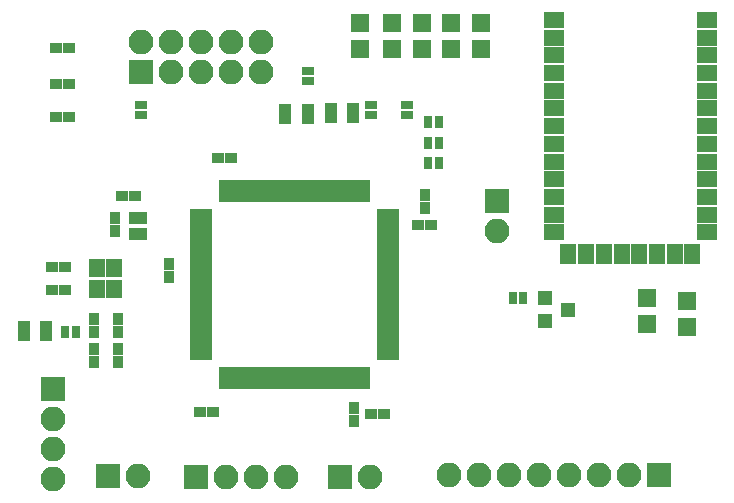
<source format=gts>
G04 #@! TF.GenerationSoftware,KiCad,Pcbnew,(5.0.0)*
G04 #@! TF.CreationDate,2018-10-31T15:25:37+01:00*
G04 #@! TF.ProjectId,Digital,4469676974616C2E6B696361645F7063,rev?*
G04 #@! TF.SameCoordinates,Original*
G04 #@! TF.FileFunction,Soldermask,Top*
G04 #@! TF.FilePolarity,Negative*
%FSLAX46Y46*%
G04 Gerber Fmt 4.6, Leading zero omitted, Abs format (unit mm)*
G04 Created by KiCad (PCBNEW (5.0.0)) date 10/31/18 15:25:37*
%MOMM*%
%LPD*%
G01*
G04 APERTURE LIST*
%ADD10R,1.500000X1.000000*%
%ADD11R,1.600000X1.600000*%
%ADD12R,0.800000X1.000000*%
%ADD13R,1.000000X0.800000*%
%ADD14R,1.100000X1.700000*%
%ADD15O,2.100000X2.100000*%
%ADD16R,2.100000X2.100000*%
%ADD17R,1.900000X0.800000*%
%ADD18R,1.900000X0.680000*%
%ADD19R,0.800000X1.900000*%
%ADD20R,0.680000X1.900000*%
%ADD21R,0.900000X1.000000*%
%ADD22R,1.000000X0.900000*%
%ADD23R,1.400000X1.550000*%
%ADD24R,1.300000X1.200000*%
%ADD25R,1.400000X1.700000*%
%ADD26R,1.700000X1.400000*%
G04 APERTURE END LIST*
D10*
G04 #@! TO.C,Y2*
X140750000Y-87350000D03*
X140750000Y-88750000D03*
G04 #@! TD*
D11*
G04 #@! TO.C,O*
X162250000Y-70900000D03*
X162250000Y-73100000D03*
G04 #@! TD*
G04 #@! TO.C,G*
X169750000Y-73100000D03*
X169750000Y-70900000D03*
G04 #@! TD*
G04 #@! TO.C,R*
X167250000Y-70900000D03*
X167250000Y-73100000D03*
G04 #@! TD*
G04 #@! TO.C,Y*
X159500000Y-73100000D03*
X159500000Y-70900000D03*
G04 #@! TD*
G04 #@! TO.C,B*
X164750000Y-70900000D03*
X164750000Y-73100000D03*
G04 #@! TD*
D12*
G04 #@! TO.C,R7*
X166200000Y-82750000D03*
X165300000Y-82750000D03*
G04 #@! TD*
G04 #@! TO.C,R8*
X165300000Y-81000000D03*
X166200000Y-81000000D03*
G04 #@! TD*
G04 #@! TO.C,R9*
X166200000Y-79250000D03*
X165300000Y-79250000D03*
G04 #@! TD*
D13*
G04 #@! TO.C,R10*
X163500000Y-78700000D03*
X163500000Y-77800000D03*
G04 #@! TD*
G04 #@! TO.C,R11*
X160500000Y-77800000D03*
X160500000Y-78700000D03*
G04 #@! TD*
D14*
G04 #@! TO.C,R2*
X155120000Y-78550000D03*
X153220000Y-78550000D03*
G04 #@! TD*
G04 #@! TO.C,R3*
X158940000Y-78520000D03*
X157040000Y-78520000D03*
G04 #@! TD*
D15*
G04 #@! TO.C,DAC1*
X140740000Y-109260000D03*
D16*
X138200000Y-109260000D03*
G04 #@! TD*
G04 #@! TO.C,DigitalPWR1*
X171150000Y-85950000D03*
D15*
X171150000Y-88490000D03*
G04 #@! TD*
G04 #@! TO.C,I2C1*
X160390000Y-109280000D03*
D16*
X157850000Y-109280000D03*
G04 #@! TD*
G04 #@! TO.C,ADC1*
X133570000Y-101830000D03*
D15*
X133570000Y-104370000D03*
X133570000Y-106910000D03*
X133570000Y-109450000D03*
G04 #@! TD*
G04 #@! TO.C,ADC2*
X153270000Y-109280000D03*
X150730000Y-109280000D03*
X148190000Y-109280000D03*
D16*
X145650000Y-109280000D03*
G04 #@! TD*
D15*
G04 #@! TO.C,GPIO1*
X167080000Y-109170000D03*
X169620000Y-109170000D03*
X172160000Y-109170000D03*
X174700000Y-109170000D03*
X177240000Y-109170000D03*
X179780000Y-109170000D03*
X182320000Y-109170000D03*
D16*
X184860000Y-109170000D03*
G04 #@! TD*
D15*
G04 #@! TO.C,J1*
X151160000Y-72460000D03*
X151160000Y-75000000D03*
X148620000Y-72460000D03*
X148620000Y-75000000D03*
X146080000Y-72460000D03*
X146080000Y-75000000D03*
X143540000Y-72460000D03*
X143540000Y-75000000D03*
X141000000Y-72460000D03*
D16*
X141000000Y-75000000D03*
G04 #@! TD*
D17*
G04 #@! TO.C,U1*
X161900000Y-86940000D03*
D18*
X161900000Y-87500000D03*
X161900000Y-88000000D03*
X161900000Y-88500000D03*
X161900000Y-89000000D03*
X161900000Y-89500000D03*
X161900000Y-90000000D03*
X161900000Y-90500000D03*
X161900000Y-91000000D03*
X161900000Y-91500000D03*
X161900000Y-92000000D03*
X161900000Y-92500000D03*
X161900000Y-93000000D03*
X161900000Y-93500000D03*
X161900000Y-94000000D03*
X161900000Y-94500000D03*
X161900000Y-95000000D03*
X161900000Y-95500000D03*
X161900000Y-96000000D03*
X161900000Y-96500000D03*
X161900000Y-97000000D03*
X161900000Y-97500000D03*
X161900000Y-98000000D03*
X161900000Y-98500000D03*
D17*
X161900000Y-99060000D03*
X146100000Y-86940000D03*
D18*
X146100000Y-87500000D03*
X146100000Y-88000000D03*
X146100000Y-88500000D03*
X146100000Y-89000000D03*
X146100000Y-89500000D03*
X146100000Y-90000000D03*
X146100000Y-90500000D03*
X146100000Y-91000000D03*
X146100000Y-91500000D03*
X146100000Y-92000000D03*
X146100000Y-92500000D03*
X146100000Y-93000000D03*
X146100000Y-93500000D03*
X146100000Y-94000000D03*
X146100000Y-94500000D03*
X146100000Y-95000000D03*
X146100000Y-95500000D03*
X146100000Y-96000000D03*
X146100000Y-96500000D03*
X146100000Y-97000000D03*
X146100000Y-97500000D03*
X146100000Y-98000000D03*
X146100000Y-98500000D03*
D17*
X146100000Y-99060000D03*
D19*
X147940000Y-100900000D03*
D20*
X148500000Y-100900000D03*
X149000000Y-100900000D03*
X149500000Y-100900000D03*
X150000000Y-100900000D03*
X150500000Y-100900000D03*
X151000000Y-100900000D03*
X151500000Y-100900000D03*
X152000000Y-100900000D03*
X152500000Y-100900000D03*
X153000000Y-100900000D03*
X153500000Y-100900000D03*
X154000000Y-100900000D03*
X154500000Y-100900000D03*
X155000000Y-100900000D03*
X155500000Y-100900000D03*
X156000000Y-100900000D03*
X156500000Y-100900000D03*
X157000000Y-100900000D03*
X157500000Y-100900000D03*
X158000000Y-100900000D03*
X158500000Y-100900000D03*
X159000000Y-100900000D03*
X159500000Y-100900000D03*
D19*
X160060000Y-100900000D03*
X160060000Y-85100000D03*
D20*
X159500000Y-85100000D03*
X159000000Y-85100000D03*
X158500000Y-85100000D03*
X158000000Y-85100000D03*
X157500000Y-85100000D03*
X157000000Y-85100000D03*
X156500000Y-85100000D03*
X156000000Y-85100000D03*
X155500000Y-85100000D03*
X155000000Y-85100000D03*
X154500000Y-85100000D03*
X154000000Y-85100000D03*
X153500000Y-85100000D03*
X153000000Y-85100000D03*
X152500000Y-85100000D03*
X152000000Y-85100000D03*
X151500000Y-85100000D03*
X151000000Y-85100000D03*
X150500000Y-85100000D03*
X150000000Y-85100000D03*
X149500000Y-85100000D03*
X149000000Y-85100000D03*
X148500000Y-85100000D03*
D19*
X147940000Y-85100000D03*
G04 #@! TD*
D21*
G04 #@! TO.C,C8*
X159000000Y-104550000D03*
X159000000Y-103450000D03*
G04 #@! TD*
G04 #@! TO.C,C17*
X165000000Y-85450000D03*
X165000000Y-86550000D03*
G04 #@! TD*
G04 #@! TO.C,C16*
X143320000Y-91260000D03*
X143320000Y-92360000D03*
G04 #@! TD*
D22*
G04 #@! TO.C,C15*
X133765000Y-73005000D03*
X134865000Y-73005000D03*
G04 #@! TD*
G04 #@! TO.C,C14*
X134865000Y-76045000D03*
X133765000Y-76045000D03*
G04 #@! TD*
G04 #@! TO.C,C13*
X161550000Y-104000000D03*
X160450000Y-104000000D03*
G04 #@! TD*
G04 #@! TO.C,C12*
X134865000Y-78855000D03*
X133765000Y-78855000D03*
G04 #@! TD*
G04 #@! TO.C,C11*
X147470000Y-82310000D03*
X148570000Y-82310000D03*
G04 #@! TD*
G04 #@! TO.C,C18*
X145980000Y-103820000D03*
X147080000Y-103820000D03*
G04 #@! TD*
G04 #@! TO.C,C7*
X164450000Y-88000000D03*
X165550000Y-88000000D03*
G04 #@! TD*
G04 #@! TO.C,C6*
X133450000Y-93500000D03*
X134550000Y-93500000D03*
G04 #@! TD*
G04 #@! TO.C,C5*
X134550000Y-91500000D03*
X133450000Y-91500000D03*
G04 #@! TD*
D21*
G04 #@! TO.C,C4*
X139000000Y-95950000D03*
X139000000Y-97050000D03*
G04 #@! TD*
G04 #@! TO.C,C3*
X137000000Y-97050000D03*
X137000000Y-95950000D03*
G04 #@! TD*
G04 #@! TO.C,C2*
X137000000Y-98450000D03*
X137000000Y-99550000D03*
G04 #@! TD*
G04 #@! TO.C,C1*
X139000000Y-99550000D03*
X139000000Y-98450000D03*
G04 #@! TD*
D22*
G04 #@! TO.C,C9*
X140500000Y-85500000D03*
X139400000Y-85500000D03*
G04 #@! TD*
D21*
G04 #@! TO.C,C10*
X138750000Y-87400000D03*
X138750000Y-88500000D03*
G04 #@! TD*
D23*
G04 #@! TO.C,Y1*
X138700000Y-91625000D03*
X138700000Y-93375000D03*
X137300000Y-93375000D03*
X137300000Y-91625000D03*
G04 #@! TD*
D14*
G04 #@! TO.C,L1*
X132980000Y-96980000D03*
X131080000Y-96980000D03*
G04 #@! TD*
D11*
G04 #@! TO.C,D1*
X187220000Y-94380000D03*
X187220000Y-96580000D03*
G04 #@! TD*
G04 #@! TO.C,D2*
X183850000Y-96400000D03*
X183850000Y-94200000D03*
G04 #@! TD*
D13*
G04 #@! TO.C,R5*
X141020000Y-78680000D03*
X141020000Y-77780000D03*
G04 #@! TD*
D12*
G04 #@! TO.C,R6*
X172470000Y-94180000D03*
X173370000Y-94180000D03*
G04 #@! TD*
G04 #@! TO.C,R1*
X135450000Y-97000000D03*
X134550000Y-97000000D03*
G04 #@! TD*
D13*
G04 #@! TO.C,R4*
X155160000Y-74920000D03*
X155160000Y-75820000D03*
G04 #@! TD*
D24*
G04 #@! TO.C,Q1*
X177170000Y-95150000D03*
X175170000Y-96100000D03*
X175170000Y-94200000D03*
G04 #@! TD*
D25*
G04 #@! TO.C,U2*
X181670000Y-90410000D03*
X177170000Y-90410000D03*
X178670000Y-90410000D03*
X180170000Y-90410000D03*
X183170000Y-90410000D03*
X184670000Y-90410000D03*
X186170000Y-90410000D03*
X187670000Y-90410000D03*
D26*
X188920000Y-88610000D03*
X188920000Y-87110000D03*
X188920000Y-85610000D03*
X188920000Y-84110000D03*
X188920000Y-82610000D03*
X188920000Y-81110000D03*
X188920000Y-79610000D03*
X188920000Y-78110000D03*
X188920000Y-76610000D03*
X188920000Y-75110000D03*
X188920000Y-73610000D03*
X188920000Y-72110000D03*
X188920000Y-70610000D03*
X175920000Y-70610000D03*
X175920000Y-72110000D03*
X175920000Y-73610000D03*
X175920000Y-75110000D03*
X175920000Y-76610000D03*
X175920000Y-78110000D03*
X175920000Y-79610000D03*
X175920000Y-81110000D03*
X175920000Y-82610000D03*
X175920000Y-84110000D03*
X175920000Y-85610000D03*
X175920000Y-87110000D03*
X175920000Y-88610000D03*
G04 #@! TD*
M02*

</source>
